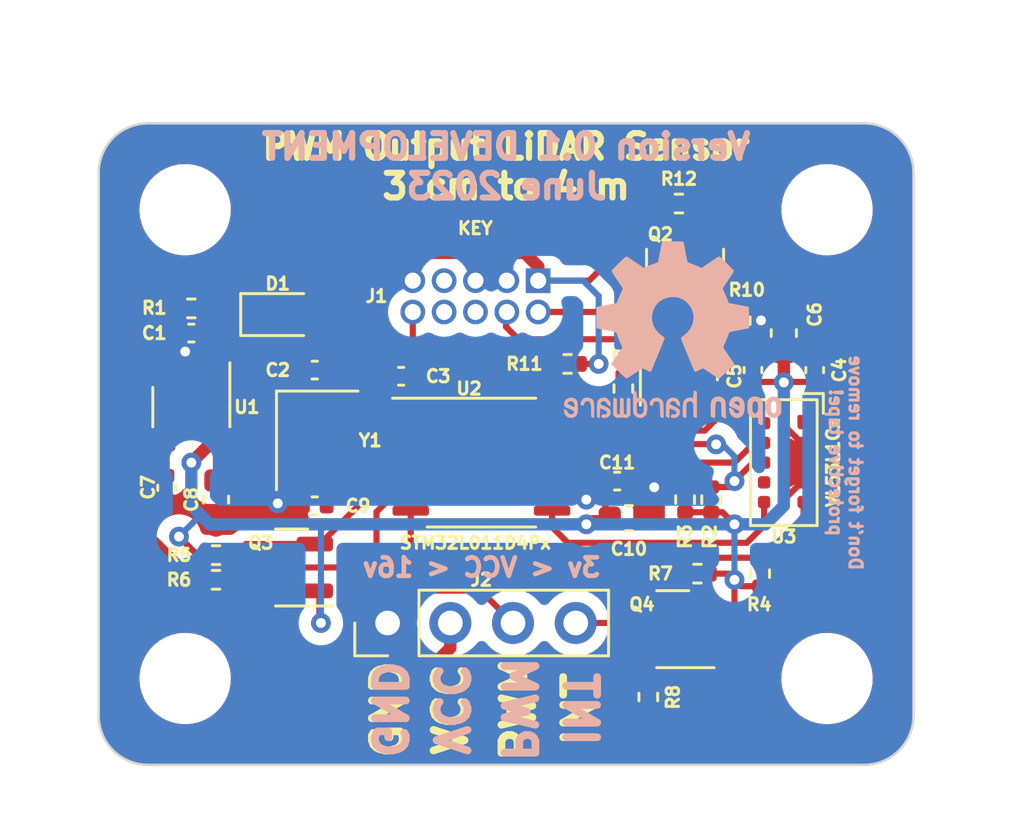
<source format=kicad_pcb>
(kicad_pcb (version 20221018) (generator pcbnew)
  (layers (0 "F.Cu" signal) (31 "B.Cu" signal) (34 "B.Paste" user) (35 "F.Paste" user) (36 "B.SilkS" user "B.Silkscreen") (37 "F.SilkS" user "F.Silkscreen") (38 "B.Mask" user) (39 "F.Mask" user) (44 "Edge.Cuts" user))
  (net 0 "")
  (net 1 "GND")
  (net 2 "RST")
  (net 3 "+3V3")
  (net 4 "+1V8")
  (net 5 "SCL")
  (net 6 "/CLK_A")
  (net 7 "/CLK_B")
  (net 8 "SWDIO")
  (net 9 "SWCLK")
  (net 10 "Net-(U1-BP)")
  (net 11 "SDA")
  (net 12 "SWDIO1V8")
  (net 13 "SWCLK1V8")
  (net 14 "XSHUT")
  (net 16 "INT")
  (net 17 "VCC")
  (net 18 "PWMOUT")
  (net 19 "INTOUT")
  (net 20 "INTOUT1V8")
  (net 21 "PWMOUT1V8")
  (net 24 "Net-(U1-ON{slash}~{OFF})")
  (footprint "Capacitor_SMD:C_0402_1005Metric" (layer "F.Cu") (at 126.25 96 180)
    (fp_text reference "C2" (at 1.5 0) (layer "F.SilkS") (effects (font (size 0.5 0.5) (thickness 0.125))))
    (fp_text value "10 pF" hide)
    (pad "1" smd roundrect (at -0.48 0 180) (size 0.56 0.62) (layers "F.Cu" "F.Paste" "F.Mask") (net 1 "GND"))
    (pad "2" smd roundrect (at 0.48 0 180) (size 0.56 0.62) (layers "F.Cu" "F.Paste" "F.Mask") (net 6 "/CLK_A"))
  )
  (footprint "Capacitor_SMD:C_0402_1005Metric" (layer "F.Cu") (at 120.25 100.77 -90)
    (fp_text reference "C7" (at -0.02 0.75 90) (layer "F.SilkS") (effects (font (size 0.5 0.5) (thickness 0.125))))
    (fp_text value "10 nF" hide)
    (pad "1" smd roundrect (at -0.48 0 270) (size 0.56 0.62) (layers "F.Cu" "F.Paste" "F.Mask") (net 10 "Net-(U1-BP)"))
    (pad "2" smd roundrect (at 0.48 0 270) (size 0.56 0.62) (layers "F.Cu" "F.Paste" "F.Mask") (net 1 "GND"))
  )
  (footprint "Sensor_Distance:ST_VL53L1x" (layer "F.Cu") (at 145.25 99.75 -90)
    (fp_text reference "U3" (at 3 0) (layer "F.SilkS") (effects (font (size 0.5 0.5) (thickness 0.125))))
    (fp_text value "VL53L1CXV0FY1" hide)
    (pad "1" smd roundrect (at -1.74 -0.675 270) (size 0.38 0.25) (layers "F.Cu" "F.Paste" "F.Mask") (net 4 "+1V8"))
    (pad "1" smd roundrect (at -1.6 -0.8 270) (size 0.5 0.5) (layers "F.Cu" "F.Paste" "F.Mask") (net 4 "+1V8"))
    (pad "2" smd roundrect (at -0.8 -0.8 270) (size 0.5 0.5) (layers "F.Cu" "F.Paste" "F.Mask") (net 1 "GND"))
    (pad "3" smd roundrect (at 0 -0.8 270) (size 0.5 0.5) (layers "F.Cu" "F.Paste" "F.Mask") (net 1 "GND"))
    (pad "4" smd roundrect (at 0.8 -0.8 270) (size 0.5 0.5) (layers "F.Cu" "F.Paste" "F.Mask") (net 1 "GND"))
    (pad "5" smd roundrect (at 1.6 -0.8 270) (size 0.5 0.5) (layers "F.Cu" "F.Paste" "F.Mask") (net 14 "XSHUT"))
    (pad "6" smd roundrect (at 1.6 0 270) (size 0.5 0.5) (layers "F.Cu" "F.Paste" "F.Mask") (net 1 "GND"))
    (pad "7" smd roundrect (at 1.6 0.8 270) (size 0.5 0.5) (layers "F.Cu" "F.Paste" "F.Mask") (net 16 "INT"))
    (pad "8" smd roundrect (at 0.8 0.8 270) (size 0.5 0.5) (layers "F.Cu" "F.Paste" "F.Mask"))
    (pad "9" smd roundrect (at 0 0.8 270) (size 0.5 0.5) (layers "F.Cu" "F.Paste" "F.Mask") (net 11 "SDA"))
    (pad "10" smd roundrect (at -0.8 0.8 270) (size 0.5 0.5) (layers "F.Cu" "F.Paste" "F.Mask") (net 5 "SCL"))
    (pad "11" smd roundrect (at -1.6 0.8 270) (size 0.5 0.5) (layers "F.Cu" "F.Paste" "F.Mask") (net 4 "+1V8"))
    (pad "12" smd roundrect (at -1.6 0 270) (size 0.5 0.5) (layers "F.Cu" "F.Paste" "F.Mask") (net 1 "GND"))
  )
  (footprint "Connector_PinHeader_2.54mm:PinHeader_1x04_P2.54mm_Vertical" (layer "F.Cu") (at 129.2 106.25 90)
    (fp_text reference "J2" (at 1.75 3.8 180) (layer "F.SilkS") (effects (font (size 0.5 0.5) (thickness 0.125))))
    (fp_text value "Conn_01x04" hide)
    (pad "1" thru_hole rect (at 0 0 90) (size 1.7 1.7) (drill 1) (layers "*.Cu" "*.Mask") (net 1 "GND"))
    (pad "2" thru_hole oval (at 0 2.54 90) (size 1.7 1.7) (drill 1) (layers "*.Cu" "*.Mask") (net 17 "VCC"))
    (pad "3" thru_hole oval (at 0 5.08 90) (size 1.7 1.7) (drill 1) (layers "*.Cu" "*.Mask") (net 18 "PWMOUT"))
    (pad "4" thru_hole oval (at 0 7.62 90) (size 1.7 1.7) (drill 1) (layers "*.Cu" "*.Mask") (net 19 "INTOUT"))
  )
  (footprint "Resistor_SMD:R_0402_1005Metric" (layer "F.Cu") (at 141.75 104.25)
    (fp_text reference "R7" (at -1.5 0) (layer "F.SilkS") (effects (font (size 0.5 0.5) (thickness 0.125))))
    (fp_text value "10k" hide)
    (pad "1" smd roundrect (at -0.51 0) (size 0.54 0.64) (layers "F.Cu" "F.Paste" "F.Mask") (net 20 "INTOUT1V8"))
    (pad "2" smd roundrect (at 0.51 0) (size 0.54 0.64) (layers "F.Cu" "F.Paste" "F.Mask") (net 4 "+1V8"))
  )
  (footprint "Resistor_SMD:R_0402_1005Metric" (layer "F.Cu") (at 142.306359 101.25 -90)
    (fp_text reference "R2" (at 1.5 0.056359 90) (layer "F.SilkS") (effects (font (size 0.5 0.5) (thickness 0.125))))
    (fp_text value "10k" hide)
    (pad "1" smd roundrect (at -0.51 0 270) (size 0.54 0.64) (layers "F.Cu" "F.Paste" "F.Mask") (net 11 "SDA"))
    (pad "2" smd roundrect (at 0.51 0 270) (size 0.54 0.64) (layers "F.Cu" "F.Paste" "F.Mask") (net 4 "+1V8"))
  )
  (footprint "Crystal:Crystal_SMD_3225-4Pin_3.2x2.5mm" (layer "F.Cu") (at 126.35 98.85 -90)
    (fp_text reference "Y1" (at 0 -2.15 180) (layer "F.SilkS") (effects (font (size 0.5 0.5) (thickness 0.125))))
    (fp_text value "16 MHz 9 pF" hide)
    (pad "1" smd rect (at -1.1 0.85 270) (size 1.4 1.2) (layers "F.Cu" "F.Paste" "F.Mask") (net 6 "/CLK_A"))
    (pad "2" smd rect (at 1.1 0.85 270) (size 1.4 1.2) (layers "F.Cu" "F.Paste" "F.Mask") (net 1 "GND"))
    (pad "3" smd rect (at 1.1 -0.85 270) (size 1.4 1.2) (layers "F.Cu" "F.Paste" "F.Mask") (net 7 "/CLK_B"))
    (pad "4" smd rect (at -1.1 -0.85 270) (size 1.4 1.2) (layers "F.Cu" "F.Paste" "F.Mask") (net 1 "GND"))
  )
  (footprint "Capacitor_SMD:C_0402_1005Metric" (layer "F.Cu") (at 146.5 96 90)
    (fp_text reference "C4" (at 0 1 90) (layer "F.SilkS") (effects (font (size 0.5 0.5) (thickness 0.125))))
    (fp_text value "0.1 uF" hide)
    (pad "1" smd roundrect (at -0.48 0 90) (size 0.56 0.62) (layers "F.Cu" "F.Paste" "F.Mask") (net 4 "+1V8"))
    (pad "2" smd roundrect (at 0.48 0 90) (size 0.56 0.62) (layers "F.Cu" "F.Paste" "F.Mask") (net 1 "GND"))
  )
  (footprint "Capacitor_SMD:C_0402_1005Metric" (layer "F.Cu") (at 144 96 90)
    (fp_text reference "C5" (at -0.25 -0.75 90) (layer "F.SilkS") (effects (font (size 0.5 0.5) (thickness 0.125))))
    (fp_text value "0.1 uF" hide)
    (pad "1" smd roundrect (at -0.48 0 90) (size 0.56 0.62) (layers "F.Cu" "F.Paste" "F.Mask") (net 4 "+1V8"))
    (pad "2" smd roundrect (at 0.48 0 90) (size 0.56 0.62) (layers "F.Cu" "F.Paste" "F.Mask") (net 1 "GND"))
  )
  (footprint "Resistor_SMD:R_0402_1005Metric" (layer "F.Cu") (at 122.25 103.5 180)
    (fp_text reference "R5" (at 1.5 0) (layer "F.SilkS") (effects (font (size 0.5 0.5) (thickness 0.125))))
    (fp_text value "10k" hide)
    (pad "1" smd roundrect (at -0.51 0 180) (size 0.54 0.64) (layers "F.Cu" "F.Paste" "F.Mask") (net 21 "PWMOUT1V8"))
    (pad "2" smd roundrect (at 0.51 0 180) (size 0.54 0.64) (layers "F.Cu" "F.Paste" "F.Mask") (net 4 "+1V8"))
  )
  (footprint "Capacitor_SMD:C_0402_1005Metric" (layer "F.Cu") (at 138.5 100.5 180)
    (fp_text reference "C11" (at 0 0.75) (layer "F.SilkS") (effects (font (size 0.5 0.5) (thickness 0.125))))
    (fp_text value "0.1 uF" hide)
    (pad "1" smd roundrect (at -0.48 0 180) (size 0.56 0.62) (layers "F.Cu" "F.Paste" "F.Mask") (net 1 "GND"))
    (pad "2" smd roundrect (at 0.48 0 180) (size 0.56 0.62) (layers "F.Cu" "F.Paste" "F.Mask") (net 4 "+1V8"))
  )
  (footprint "Capacitor_SMD:C_0402_1005Metric" (layer "F.Cu") (at 126.25 101.5 180)
    (fp_text reference "C9" (at -1.75 0) (layer "F.SilkS") (effects (font (size 0.5 0.5) (thickness 0.125))))
    (fp_text value "10 pF" hide)
    (pad "1" smd roundrect (at -0.48 0 180) (size 0.56 0.62) (layers "F.Cu" "F.Paste" "F.Mask") (net 7 "/CLK_B"))
    (pad "2" smd roundrect (at 0.48 0 180) (size 0.56 0.62) (layers "F.Cu" "F.Paste" "F.Mask") (net 1 "GND"))
  )
  (footprint "Resistor_SMD:R_0402_1005Metric" (layer "F.Cu") (at 141.25 101.25 90)
    (fp_text reference "R3" (at -1.5 0 270) (layer "F.SilkS") (effects (font (size 0.5 0.5) (thickness 0.125))))
    (fp_text value "10k" hide)
    (pad "1" smd roundrect (at -0.51 0 90) (size 0.54 0.64) (layers "F.Cu" "F.Paste" "F.Mask") (net 4 "+1V8"))
    (pad "2" smd roundrect (at 0.51 0 90) (size 0.54 0.64) (layers "F.Cu" "F.Paste" "F.Mask") (net 5 "SCL"))
  )
  (footprint "Connector_PinHeader_1.27mm:PinHeader_2x05_P1.27mm_Vertical" (layer "F.Cu") (at 135.3 92.375 -90)
    (fp_text reference "J1" (at 0.625 6.55 180) (layer "F.SilkS") (effects (font (size 0.5 0.5) (thickness 0.125))))
    (fp_text value "Conn_02x05_Odd_Even" hide)
    (pad "1" thru_hole rect (at 0 0 270) (size 1 1) (drill 0.65) (layers "*.Cu" "*.Mask") (net 3 "+3V3"))
    (pad "2" thru_hole oval (at 1.27 0 270) (size 1 1) (drill 0.65) (layers "*.Cu" "*.Mask") (net 8 "SWDIO"))
    (pad "3" thru_hole oval (at 0 1.27 270) (size 1 1) (drill 0.65) (layers "*.Cu" "*.Mask") (net 1 "GND"))
    (pad "4" thru_hole oval (at 1.27 1.27 270) (size 1 1) (drill 0.65) (layers "*.Cu" "*.Mask") (net 9 "SWCLK"))
    (pad "5" thru_hole oval (at 0 2.54 270) (size 1 1) (drill 0.65) (layers "*.Cu" "*.Mask") (net 1 "GND"))
    (pad "6" thru_hole oval (at 1.27 2.54 270) (size 1 1) (drill 0.65) (layers "*.Cu" "*.Mask"))
    (pad "7" thru_hole oval (at 0 3.81 270) (size 1 1) (drill 0.65) (layers "*.Cu" "*.Mask"))
    (pad "8" thru_hole oval (at 1.27 3.81 270) (size 1 1) (drill 0.65) (layers "*.Cu" "*.Mask"))
    (pad "9" thru_hole oval (at 0 5.08 270) (size 1 1) (drill 0.65) (layers "*.Cu" "*.Mask") (net 1 "GND"))
    (pad "10" thru_hole oval (at 1.27 5.08 270) (size 1 1) (drill 0.65) (layers "*.Cu" "*.Mask") (net 2 "RST"))
  )
  (footprint "Capacitor_SMD:C_0603_1608Metric" (layer "F.Cu") (at 138.975 102 180)
    (fp_text reference "C10" (at 0 -1.25) (layer "F.SilkS") (effects (font (size 0.5 0.5) (thickness 0.125))))
    (fp_text value "4.7 uF" hide)
    (pad "1" smd roundrect (at -0.775 0 180) (size 0.9 0.95) (layers "F.Cu" "F.Paste" "F.Mask") (net 1 "GND"))
    (pad "2" smd roundrect (at 0.775 0 180) (size 0.9 0.95) (layers "F.Cu" "F.Paste" "F.Mask") (net 4 "+1V8"))
  )
  (footprint "Capacitor_SMD:C_0402_1005Metric" (layer "F.Cu") (at 129.75 96.25)
    (fp_text reference "C3" (at 1.5 0) (layer "F.SilkS") (effects (font (size 0.5 0.5) (thickness 0.125))))
    (fp_text value "0.1 uF" hide)
    (pad "1" smd roundrect (at -0.48 0) (size 0.56 0.62) (layers "F.Cu" "F.Paste" "F.Mask") (net 1 "GND"))
    (pad "2" smd roundrect (at 0.48 0) (size 0.56 0.62) (layers "F.Cu" "F.Paste" "F.Mask") (net 2 "RST"))
  )
  (footprint "Resistor_SMD:R_0402_1005Metric" (layer "F.Cu") (at 122.25 104.5)
    (fp_text reference "R6" (at -1.5 0) (layer "F.SilkS") (effects (font (size 0.5 0.5) (thickness 0.125))))
    (fp_text value "10k" hide)
    (pad "1" smd roundrect (at -0.51 0) (size 0.54 0.64) (layers "F.Cu" "F.Paste" "F.Mask") (net 17 "VCC"))
    (pad "2" smd roundrect (at 0.51 0) (size 0.54 0.64) (layers "F.Cu" "F.Paste" "F.Mask") (net 18 "PWMOUT"))
  )
  (footprint "Resistor_SMD:R_0402_1005Metric" (layer "F.Cu") (at 141 89.25)
    (fp_text reference "R12" (at 0 -1) (layer "F.SilkS") (effects (font (size 0.5 0.5) (thickness 0.125))))
    (fp_text value "10k" hide)
    (pad "1" smd roundrect (at -0.51 0) (size 0.54 0.64) (layers "F.Cu" "F.Paste" "F.Mask") (net 3 "+3V3"))
    (pad "2" smd roundrect (at 0.51 0) (size 0.54 0.64) (layers "F.Cu" "F.Paste" "F.Mask") (net 8 "SWDIO"))
  )
  (footprint "Diode_SMD:D_SOD-323F" (layer "F.Cu") (at 124.75 93.75)
    (fp_text reference "D1" (at 0 -1.25) (layer "F.SilkS") (effects (font (size 0.5 0.5) (thickness 0.125))))
    (fp_text value "D_Schottky" hide)
    (pad "1" smd rect (at -1.1 0) (size 0.5 0.5) (layers "F.Cu" "F.Paste" "F.Mask") (net 17 "VCC"))
    (pad "2" smd rect (at 1.1 0) (size 0.5 0.5) (layers "F.Cu" "F.Paste" "F.Mask") (net 3 "+3V3"))
  )
  (footprint "Capacitor_SMD:C_0603_1608Metric" (layer "F.Cu") (at 122.25 101.25 -90)
    (fp_text reference "C8" (at 0 1 90) (layer "F.SilkS") (effects (font (size 0.5 0.5) (thickness 0.125))))
    (fp_text value "4.7 uF" hide)
    (pad "1" smd roundrect (at -0.775 0 270) (size 0.9 0.95) (layers "F.Cu" "F.Paste" "F.Mask") (net 4 "+1V8"))
    (pad "2" smd roundrect (at 0.775 0 270) (size 0.9 0.95) (layers "F.Cu" "F.Paste" "F.Mask") (net 1 "GND"))
  )
  (footprint "MountingHole:MountingHole_3.2mm_M3" (layer "F.Cu") (at 121 108.5)
    (fp_text reference "REF**" hide)
    (fp_text value "MountingHole_3.2mm_M3" hide)
    (pad "" np_thru_hole circle (at 0 0) (size 3.2 3.2) (drill 3.2) (layers "*.Cu" "*.Mask"))
  )
  (footprint "MountingHole:MountingHole_3.2mm_M3" (layer "F.Cu") (at 121 89.5)
    (fp_text reference "REF**" hide)
    (fp_text value "MountingHole_3.2mm_M3" hide)
    (pad "" np_thru_hole circle (at 0 0) (size 3.2 3.2) (drill 3.2) (layers "*.Cu" "*.Mask"))
  )
  (footprint "Resistor_SMD:R_0402_1005Metric" (layer "F.Cu") (at 138.75 96.75 90)
    (fp_text reference "R9" (at 1.25 0 180) (layer "F.SilkS") (effects (font (size 0.5 0.5) (thickness 0.125))))
    (fp_text value "10k" hide)
    (pad "1" smd roundrect (at -0.51 0 90) (size 0.54 0.64) (layers "F.Cu" "F.Paste" "F.Mask") (net 13 "SWCLK1V8"))
    (pad "2" smd roundrect (at 0.51 0 90) (size 0.54 0.64) (layers "F.Cu" "F.Paste" "F.Mask") (net 4 "+1V8"))
  )
  (footprint "Resistor_SMD:R_0402_1005Metric" (layer "F.Cu") (at 139.76 109.25 90)
    (fp_text reference "R8" (at -0.01 1 90) (layer "F.SilkS") (effects (font (size 0.5 0.5) (thickness 0.125))))
    (fp_text value "10k" hide)
    (pad "1" smd roundrect (at -0.51 0 90) (size 0.54 0.64) (layers "F.Cu" "F.Paste" "F.Mask") (net 17 "VCC"))
    (pad "2" smd roundrect (at 0.51 0 90) (size 0.54 0.64) (layers "F.Cu" "F.Paste" "F.Mask") (net 19 "INTOUT"))
  )
  (footprint "Package_TO_SOT_SMD:SOT-23" (layer "F.Cu") (at 141.25 91.75 90)
    (fp_text reference "Q2" (at 1.25 -1 180) (layer "F.SilkS") (effects (font (size 0.5 0.5) (thickness 0.125))))
    (fp_text value "BSS138" hide)
    (pad "1" smd roundrect (at -0.9375 -0.95 90) (size 1.475 0.6) (layers "F.Cu" "F.Paste" "F.Mask") (net 4 "+1V8"))
    (pad "2" smd roundrect (at -0.9375 0.95 90) (size 1.475 0.6) (layers "F.Cu" "F.Paste" "F.Mask") (net 12 "SWDIO1V8"))
    (pad "3" smd roundrect (at 0.9375 0 90) (size 1.475 0.6) (layers "F.Cu" "F.Paste" "F.Mask") (net 8 "SWDIO"))
  )
  (footprint "MountingHole:MountingHole_3.2mm_M3" (layer "F.Cu") (at 147 108.5)
    (fp_text reference "REF**" hide)
    (fp_text value "MountingHole_3.2mm_M3" hide)
    (pad "" np_thru_hole circle (at 0 0) (size 3.2 3.2) (drill 3.2) (layers "*.Cu" "*.Mask"))
  )
  (footprint "Capacitor_SMD:C_0603_1608Metric" (layer "F.Cu") (at 145.25 94.5 90)
    (fp_text reference "C6" (at 0.75 1.25 90) (layer "F.SilkS") (effects (font (size 0.5 0.5) (thickness 0.125))))
    (fp_text value "4.7 uF" hide)
    (pad "1" smd roundrect (at -0.775 0 90) (size 0.9 0.95) (layers "F.Cu" "F.Paste" "F.Mask") (net 4 "+1V8"))
    (pad "2" smd roundrect (at 0.775 0 90) (size 0.9 0.95) (layers "F.Cu" "F.Paste" "F.Mask") (net 1 "GND"))
  )
  (footprint "Resistor_SMD:R_0402_1005Metric" (layer "F.Cu") (at 121.25 93.5 180)
    (fp_text reference "R1" (at 1.5 0.02) (layer "F.SilkS") (effects (font (size 0.5 0.5) (thickness 0.125))))
    (fp_text value "10k" hide)
    (pad "1" smd roundrect (at -0.51 0 180) (size 0.54 0.64) (layers "F.Cu" "F.Paste" "F.Mask") (net 17 "VCC"))
    (pad "2" smd roundrect (at 0.51 0 180) (size 0.54 0.64) (layers "F.Cu" "F.Paste" "F.Mask") (net 24 "Net-(U1-ON{slash}~{OFF})"))
  )
  (footprint "Package_TO_SOT_SMD:SOT-23" (layer "F.Cu") (at 141 95.75 90)
    (fp_text reference "Q1" (at 1.25 1.25 180) (layer "F.SilkS") (effects (font (size 0.5 0.5) (thickness 0.125))))
    (fp_text value "BSS138" hide)
    (pad "1" smd roundrect (at -0.9375 -0.95 90) (size 1.475 0.6) (layers "F.Cu" "F.Paste" "F.Mask") (net 4 "+1V8"))
    (pad "2" smd roundrect (at -0.9375 0.95 90) (size 1.475 0.6) (layers "F.Cu" "F.Paste" "F.Mask") (net 13 "SWCLK1V8"))
    (pad "3" smd roundrect (at 0.9375 0 90) (size 1.475 0.6) (layers "F.Cu" "F.Paste" "F.Mask") (net 9 "SWCLK"))
  )
  (footprint "Resistor_SMD:R_0402_1005Metric" (layer "F.Cu") (at 136.49 95.75 180)
    (fp_text reference "R11" (at 1.75 0) (layer "F.SilkS") (effects (font (size 0.5 0.5) (thickness 0.125))))
    (fp_text value "10k" hide)
    (pad "1" smd roundrect (at -0.51 0 180) (size 0.54 0.64) (layers "F.Cu" "F.Paste" "F.Mask") (net 3 "+3V3"))
    (pad "2" smd roundrect (at 0.51 0 180) (size 0.54 0.64) (layers "F.Cu" "F.Paste" "F.Mask") (net 9 "SWCLK"))
  )
  (footprint "MountingHole:MountingHole_3.2mm_M3" (layer "F.Cu") (at 147 89.5)
    (fp_text reference "REF**" hide)
    (fp_text value "MountingHole_3.2mm_M3" hide)
    (pad "" np_thru_hole circle (at 0 0) (size 3.2 3.2) (drill 3.2) (layers "*.Cu" "*.Mask"))
  )
  (footprint "Resistor_SMD:R_0402_1005Metric" (layer "F.Cu") (at 144.29 104.25 90)
    (fp_text reference "R4" (at -1.25 -0.04 180) (layer "F.SilkS") (effects (font (size 0.5 0.5) (thickness 0.125))))
    (fp_text value "10k" hide)
    (pad "1" smd roundrect (at -0.51 0 90) (size 0.54 0.64) (layers "F.Cu" "F.Paste" "F.Mask") (net 4 "+1V8"))
    (pad "2" smd roundrect (at 0.51 0 90) (size 0.54 0.64) (layers "F.Cu" "F.Paste" "F.Mask") (net 14 "XSHUT"))
  )
  (footprint "Package_TO_SOT_SMD:SOT-23" (layer "F.Cu") (at 125.3125 104 180)
    (fp_text reference "Q3" (at 1.25 1 180) (layer "F.SilkS") (effects (font (size 0.5 0.5) (thickness 0.125))))
    (fp_text value "BSS138" hide)
    (pad "1" smd roundrect (at -0.9375 -0.95 180) (size 1.475 0.6) (layers "F.Cu" "F.Paste" "F.Mask") (net 4 "+1V8"))
    (pad "2" smd roundrect (at -0.9375 0.95 180) (size 1.475 0.6) (layers "F.Cu" "F.Paste" "F.Mask") (net 21 "PWMOUT1V8"))
    (pad "3" smd roundrect (at 0.9375 0 180) (size 1.475 0.6) (layers "F.Cu" "F.Paste" "F.Mask") (net 18 "PWMOUT"))
  )
  (footprint "Package_TO_SOT_SMD:SOT-23" (layer "F.Cu") (at 140.75 106.5 180)
    (fp_text reference "Q4" (at 1.25 1 180) (layer "F.SilkS") (effects (font (size 0.5 0.5) (thickness 0.125))))
    (fp_text value "BSS138" hide)
    (pad "1" smd roundrect (at -0.9375 -0.95 180) (size 1.475 0.6) (layers "F.Cu" "F.Paste" "F.Mask") (net 4 "+1V8"))
    (pad "2" smd roundrect (at -0.9375 0.95 180) (size 1.475 0.6) (layers "F.Cu" "F.Paste" "F.Mask") (net 20 "INTOUT1V8"))
    (pad "3" smd roundrect (at 0.9375 0 180) (size 1.475 0.6) (layers "F.Cu" "F.Paste" "F.Mask") (net 19 "INTOUT"))
  )
  (footprint "Package_TO_SOT_SMD:SOT-23-5" (layer "F.Cu") (at 121.25 97.5 -90)
    (fp_text reference "U1" (at 0 -2.25 180) (layer "F.SilkS") (effects (font (size 0.5 0.5) (thickness 0.125))))
    (fp_text value "LP2985-1.8" hide)
    (pad "1" smd roundrect (at -1.1375 -0.95 270) (size 1.325 0.6) (layers "F.Cu" "F.Paste" "F.Mask") (net 17 "VCC"))
    (pad "2" smd roundrect (at -1.1375 0 270) (size 1.325 0.6) (layers "F.Cu" "F.Paste" "F.Mask") (net 1 "GND"))
    (pad "3" smd roundrect (at -1.1375 0.95 270) (size 1.325 0.6) (layers "F.Cu" "F.Paste" "F.Mask") (net 24 "Net-(U1-ON{slash}~{OFF})"))
    (pad "4" smd roundrect (at 1.1375 0.95 270) (size 1.325 0.6) (layers "F.Cu" "F.Paste" "F.Mask") (net 10 "Net-(U1-BP)"))
    (pad "5" smd roundrect (at 1.1375 -0.95 270) (size 1.325 0.6) (layers "F.Cu" "F.Paste" "F.Mask") (net 4 "+1V8"))
  )
  (footprint "Resistor_SMD:R_0402_1005Metric" (layer "F.Cu") (at 143.5 94 90)
    (fp_text reference "R10" (at 1.25 0.25) (layer "F.SilkS") (effects (font (size 0.5 0.5) (thickness 0.125))))
    (fp_text value "10k" hide)
    (pad "1" smd roundrect (at -0.51 0 90) (size 0.54 0.64) (layers "F.Cu" "F.Paste" "F.Mask") (net 12 "SWDIO1V8"))
    (pad "2" smd roundrect (at 0.51 0 90) (size 0.54 0.64) (layers "F.Cu" "F.Paste" "F.Mask") (net 4 "+1V8"))
  )
  (footprint "Package_SO:TSSOP-14_4.4x5mm_P0.65mm" (layer "F.Cu") (at 133 99.75)
    (fp_text reference "U2" (at -0.5 -3) (layer "F.SilkS") (effects (font (size 0.5 0.5) (thickness 0.125))))
    (fp_text value "STM32L011D4Px" hide)
    (pad "1" smd roundrect (at -2.8625 -1.95) (size 1.475 0.4) (layers "F.Cu" "F.Paste" "F.Mask"))
    (pad "2" smd roundrect (at -2.8625 -1.3) (size 1.475 0.4) (layers "F.Cu" "F.Paste" "F.Mask") (net 6 "/CLK_A"))
    (pad "3" smd roundrect (at -2.8625 -0.65) (size 1.475 0.4) (layers "F.Cu" "F.Paste" "F.Mask") (net 7 "/CLK_B"))
    (pad "4" smd roundrect (at -2.8625 0) (size 1.475 0.4) (layers "F.Cu" "F.Paste" "F.Mask") (net 2 "RST"))
    (pad "5" smd roundrect (at -2.8625 0.65) (size 1.475 0.4) (layers "F.Cu" "F.Paste" "F.Mask") (net 21 "PWMOUT1V8"))
    (pad "6" smd roundrect (at -2.8625 1.3) (size 1.475 0.4) (layers "F.Cu" "F.Paste" "F.Mask") (net 20 "INTOUT1V8"))
    (pad "7" smd roundrect (at -2.8625 1.95) (size 1.475 0.4) (layers "F.Cu" "F.Paste" "F.Mask") (net 14 "XSHUT"))
    (pad "8" smd roundrect (at 2.8625 1.95) (size 1.475 0.4) (layers "F.Cu" "F.Paste" "F.Mask") (net 16 "INT"))
    (pad "9" smd roundrect (at 2.8625 1.3) (size 1.475 0.4) (layers "F.Cu" "F.Paste" "F.Mask") (net 1 "GND"))
    (pad "10" smd roundrect (at 2.8625 0.65) (size 1.475 0.4) (layers "F.Cu" "F.Paste" "F.Mask") (net 4 "+1V8"))
    (pad "11" smd roundrect (at 2.8625 0) (size 1.475 0.4) (layers "F.Cu" "F.Paste" "F.Mask") (net 5 "SCL"))
    (pad "12" smd roundrect (at 2.8625 -0.65) (size 1.475 0.4) (layers "F.Cu" "F.Paste" "F.Mask") (net 11 "SDA"))
    (pad "13" smd roundrect (at 2.8625 -1.3) (size 1.475 0.4) (layers "F.Cu" "F.Paste" "F.Mask") (net 12 "SWDIO1V8"))
    (pad "14" smd roundrect (at 2.8625 -1.95) (size 1.475 0.4) (layers "F.Cu" "F.Paste" "F.Mask") (net 13 "SWCLK1V8"))
  )
  (footprint "Capacitor_SMD:C_0402_1005Metric" (layer "F.Cu") (at 121.25 94.5 180)
    (fp_text reference "C1" (at 1.5 0) (layer "F.SilkS") (effects (font (size 0.5 0.5) (thickness 0.125))))
    (fp_text value "1 uF" hide)
    (pad "1" smd roundrect (at -0.48 0 180) (size 0.56 0.62) (layers "F.Cu" "F.Paste" "F.Mask") (net 17 "VCC"))
    (pad "2" smd roundrect (at 0.48 0 180) (size 0.56 0.62) (layers "F.Cu" "F.Paste" "F.Mask") (net 1 "GND"))
  )
  (footprint "Symbol:OSHW-Logo2_9.8x8mm_SilkScreen" (layer "B.Cu") (at 140.75 94.5 180)
    (fp_text reference "REF**" hide)
    (fp_text value "OSHW-Logo2_9.8x8mm_SilkScreen" hide)
  )
  (gr_arc (start 148.5 86) (mid 149.914214 86.585786) (end 150.5 88) (stroke (width 0.1)) (layer "Edge.Cuts"))
  (gr_line (start 148.5 86) (end 119.5 86) (stroke (width 0.1)) (layer "Edge.Cuts"))
  (gr_arc (start 119.5 112) (mid 118.085786 111.414214) (end 117.5 110) (stroke (width 0.1)) (layer "Edge.Cuts"))
  (gr_line (start 119.5 112) (end 148.5 112) (stroke (width 0.1)) (layer "Edge.Cuts"))
  (gr_line (start 117.5 88) (end 117.5 110) (stroke (width 0.1)) (layer "Edge.Cuts"))
  (gr_line (start 150.5 110) (end 150.5 88) (stroke (width 0.1)) (layer "Edge.Cuts"))
  (gr_arc (start 117.5 88) (mid 118.085786 86.585786) (end 119.5 86) (stroke (width 0.1)) (layer "Edge.Cuts"))
  (gr_arc (start 150.5 110) (mid 149.914214 111.414214) (end 148.5 112) (stroke (width 0.1)) (layer "Edge.Cuts"))
  (gr_text "3v < VCC < 16v" (at 133 104) (layer "B.SilkS") (effects (font (size 0.75 0.75) (thickness 0.1875)) (justify mirror)))
  (gr_text "GND" (at 129.25 109.75 -90) (layer "B.SilkS") (effects (font (size 1.25 1.25) (thickness 0.3125)) (justify mirror)))
  (gr_text "PWM" (at 134.5 109.75 -90) (layer "B.SilkS") (effects (font (size 1.25 1.25) (thickness 0.3125)) (justify mirror)))
  (gr_text "Don't forget to remove\nprotective tape!" (at 147.75 99.75 -90) (layer "B.SilkS") (effects (font (size 0.5 0.5) (thickness 0.125)) (justify mirror)))
  (gr_text "INT" (at 137 109.75 -90) (layer "B.SilkS") (effects (font (size 1.25 1.25) (thickness 0.3125)) (justify mirror)))
  (gr_text "VCC" (at 131.75 109.75 -90) (layer "B.SilkS") (effects (font (size 1.25 1.25) (thickness 0.3125)) (justify mirror)))
  (gr_text "Version 0.1 DEVELOPMENT\nJune 2023" (at 134 87.75) (layer "B.SilkS") (effects (font (size 1 1) (thickness 0.25)) (justify mirror)))
  (gr_text "KEY" (at 132.75 90.25) (layer "F.SilkS") (effects (font (size 0.5 0.5) (thickness 0.125))))
  (gr_text "GND" (at 129.25 109.75 90) (layer "F.SilkS") (effects (font (size 1.25 1.25) (thickness 0.3125))))
  (gr_text "PWM" (at 134.5 109.75 90) (layer "F.SilkS") (effects (font (size 1.25 1.25) (thickness 0.3125))))
  (gr_text "INT" (at 137 109.75 90) (layer "F.SilkS") (effects (font (size 1.25 1.25) (thickness 0.3125))))
  (gr_text "STM32L011D4Px" (at 132.75 103) (layer "F.SilkS") (effects (font (size 0.5 0.5) (thickness 0.125))))
  (gr_text "PWM Output LiDAR Sensor\n3 cm to 4 m" (at 134 87.75) (layer "F.SilkS") (effects (font (size 1 1) (thickness 0.25))))
  (gr_text "VL53L1Cx" (at 147.25 99.75 90) (layer "F.SilkS") (effects (font (size 0.5 0.5) (thickness 0.125))))
  (gr_text "VCC" (at 131.75 109.75 90) (layer "F.SilkS") (effects (font (size 1.25 1.25) (thickness 0.3125))))
  (segment (start 121.25 96.3625) (end 121.25 95.5) (width 0.25) (layer "F.Cu") (net 1))
  (segment (start 137.05 101.05) (end 137.25 101.25) (width 0.25) (layer "F.Cu") (net 1))
  (segment (start 145.25 98.236396) (end 145.963604 98.95) (width 0.25) (layer "F.Cu") (net 1))
  (segment (start 144.325357 93.98477) (end 144.99023 93.98477) (width 0.25) (layer "F.Cu") (net 1))
  (segment (start 124.75 100.7) (end 125.5 99.95) (width 0.25) (layer "F.Cu") (net 1))
  (segment (start 124.75 101.4005) (end 124.75 100.7) (width 0.25) (layer "F.Cu") (net 1))
  (segment (start 121 95.25) (end 121 94.73) (width 0.25) (layer "F.Cu") (net 1))
  (segment (start 121 94.73) (end 120.77 94.5) (width 0.25) (layer "F.Cu") (net 1))
  (segment (start 124.8495 101.5) (end 124.75 101.4005) (width 0.25) (layer "F.Cu") (net 1))
  (segment (start 125.77 101.5) (end 124.8495 101.5) (width 0.25) (layer "F.Cu") (net 1))
  (segment (start 121.25 95.5) (end 121 95.25) (width 0.25) (layer "F.Cu") (net 1))
  (segment (start 144.325357 95.194643) (end 144.325357 93.98477) (width 0.25) (layer "F.Cu") (net 1))
  (segment (start 144 95.52) (end 144.325357 95.194643) (width 0.25) (layer "F.Cu") (net 1))
  (segment (start 135.8625 101.05) (end 137.05 101.05) (width 0.25) (layer "F.Cu") (net 1))
  (segment (start 145.25 101.263604) (end 145.963604 100.55) (width 0.25) (layer "F.Cu") (net 1))
  (via (at 137.25 101.25) (size 0.8) (drill 0.4) (layers "F.Cu" "B.Cu") (net 1))
  (via (at 121 95.25) (size 0.8) (drill 0.4) (layers "F.Cu" "B.Cu") (net 1))
  (via (at 140 100.75) (size 0.8) (drill 0.4) (layers "F.Cu" "B.Cu") (net 1))
  (via (at 124.75 101.4005) (size 0.8) (drill 0.4) (layers "F.Cu" "B.Cu") (net 1))
  (via (at 144.325357 93.98477) (size 0.8) (drill 0.4) (layers "F.Cu" "B.Cu") (net 1))
  (segment (start 131.25 99.326041) (end 130.826041 99.75) (width 0.25) (layer "F.Cu") (net 2))
  (segment (start 131.25 97.27) (end 131.25 99.326041) (width 0.25) (layer "F.Cu") (net 2))
  (segment (start 130.826041 99.75) (end 130.1375 99.75) (width 0.25) (layer "F.Cu") (net 2))
  (segment (start 130.23 96.25) (end 131.25 97.27) (width 0.25) (layer "F.Cu") (net 2))
  (segment (start 130.22 93.645) (end 130.22 96.24) (width 0.25) (layer "F.Cu") (net 2))
  (segment (start 129 92.25) (end 130 91.25) (width 0.5) (layer "F.Cu") (net 3))
  (segment (start 125.85 93.75) (end 128.5 93.75) (width 0.5) (layer "F.Cu") (net 3))
  (segment (start 135.3 92.375) (end 137.365 92.375) (width 0.25) (layer "F.Cu") (net 3))
  (segment (start 135 91.5) (end 135.3 91.8) (width 0.5) (layer "F.Cu") (net 3))
  (segment (start 134.75 91.25) (end 135 91.5) (width 0.5) (layer "F.Cu") (net 3))
  (segment (start 135.05 91.55) (end 135 91.5) (width 0.25) (layer "F.Cu") (net 3))
  (segment (start 137 95.75) (end 137.75 95.75) (width 0.25) (layer "F.Cu") (net 3))
  (segment (start 128.5 93.75) (end 129 93.25) (width 0.5) (layer "F.Cu") (net 3))
  (segment (start 135.3 91.8) (end 135.3 92.375) (width 0.5) (layer "F.Cu") (net 3))
  (segment (start 137.365 92.375) (end 140.49 89.25) (width 0.25) (layer "F.Cu") (net 3))
  (segment (start 129 93.25) (end 129 92.25) (width 0.5) (layer "F.Cu") (net 3))
  (segment (start 130 91.25) (end 134.75 91.25) (width 0.5) (layer "F.Cu") (net 3))
  (via (at 137.75 95.75) (size 0.8) (drill 0.4) (layers "F.Cu" "B.Cu") (net 3))
  (segment (start 137.125 92.375) (end 135.3 92.375) (width 0.25) (layer "B.Cu") (net 3))
  (segment (start 137.75 95.75) (end 137.75 93) (width 0.25) (layer "B.Cu") (net 3))
  (segment (start 137.75 93) (end 137.125 92.375) (width 0.25) (layer "B.Cu") (net 3))
  (segment (start 142.306359 101.76) (end 142.76 101.76) (width 0.25) (layer "F.Cu") (net 4))
  (segment (start 141.6875 107.45) (end 143.25 105.8875) (width 0.25) (layer "F.Cu") (net 4))
  (segment (start 140.534251 96.6875) (end 140.05 96.6875) (width 0.25) (layer "F.Cu") (net 4))
  (segment (start 143.51 104.76) (end 143.25 104.5) (width 0.25) (layer "F.Cu") (net 4))
  (segment (start 143.5 92.578249) (end 143.5 93.49) (width 0.25) (layer "F.Cu") (net 4))
  (segment (start 143.5 93.49) (end 144.04 92.95) (width 0.25) (layer "F.Cu") (net 4))
  (segment (start 145.727817 92.95) (end 146.25 93.472183) (width 0.25) (layer "F.Cu") (net 4))
  (segment (start 144.04 92.95) (end 145.727817 92.95) (width 0.25) (layer "F.Cu") (net 4))
  (segment (start 146.5 97.7) (end 146.05 98.15) (width 0.25) (layer "F.Cu") (net 4))
  (segment (start 145.27 96.48) (end 145.25 96.5) (width 0.25) (layer "F.Cu") (net 4))
  (segment (start 122.2 98.8) (end 121.25 99.75) (width 0.5) (layer "F.Cu") (net 4))
  (segment (start 139.6025 96.24) (end 140.05 96.6875) (width 0.25) (layer "F.Cu") (net 4))
  (segment (start 144.29 104.76) (end 143.51 104.76) (width 0.25) (layer "F.Cu") (net 4))
  (segment (start 121.5 103.5) (end 120.75 102.75) (width 0.25) (layer "F.Cu") (net 4))
  (segment (start 141.625 95.596751) (end 140.534251 96.6875) (width 0.25) (layer "F.Cu") (net 4))
  (segment (start 138.75 96.24) (end 139.6025 96.24) (width 0.25) (layer "F.Cu") (net 4))
  (segment (start 140.790749 92.6875) (end 141.978249 91.5) (width 0.25) (layer "F.Cu") (net 4))
  (segment (start 146.25 93.472183) (end 146.25 94.275) (width 0.25) (layer "F.Cu") (net 4))
  (segment (start 146.25 94.275) (end 145.25 95.275) (width 0.25) (layer "F.Cu") (net 4))
  (segment (start 135.9625 100.5) (end 135.8625 100.4) (width 0.25) (layer "F.Cu") (net 4))
  (segment (start 143.25 105.8875) (end 143.25 104.5) (width 0.25) (layer "F.Cu") (net 4))
  (segment (start 140.3 92.703249) (end 141.625 94.028249) (width 0.25) (layer "F.Cu") (net 4))
  (segment (start 141.625 94.028249) (end 141.625 95.596751) (width 0.25) (layer "F.Cu") (net 4))
  (segment (start 146.5 96.48) (end 146.5 97.7) (width 0.25) (layer "F.Cu") (net 4))
  (segment (start 143 104.25) (end 143.25 104.5) (width 0.25) (layer "F.Cu") (net 4))
  (segment (start 142.421751 91.5) (end 143.5 92.578249) (width 0.25) (layer "F.Cu") (net 4))
  (segment (start 145.25 96.5) (end 145.25 95.275) (width 0.5) (layer "F.Cu") (net 4))
  (segment (start 126.4375 104.95) (end 126.4375 106.1875) (width 0.25) (layer "F.Cu") (net 4))
  (segment (start 137.5 102) (end 137.25 102.25) (width 0.25) (layer "F.Cu") (net 4))
  (segment (start 138.02 100.5) (end 135.9625 100.5) (width 0.25) (layer "F.Cu") (net 4))
  (segment (start 144 97.7) (end 144 96.48) (width 0.25) (layer "F.Cu") (net 4))
  (segment (start 140.3 92.6875) (end 140.790749 92.6875) (width 0.25) (layer "F.Cu") (net 4))
  (segment (start 142.26 104.25) (end 143 104.25) (width 0.25) (layer "F.Cu") (net 4))
  (segment (start 146.5 96.48) (end 145.27 96.48) (width 0.25) (layer "F.Cu") (net 4))
  (segment (start 145.23 96.48) (end 145.25 96.5) (width 0.25) (layer "F.Cu") (net 4))
  (segment (start 141.978249 91.5) (end 142.421751 91.5) (width 0.25) (layer "F.Cu") (net 4))
  (segment (start 144 96.48) (end 145.23 96.48) (width 0.25) (layer "F.Cu") (net 4))
  (segment (start 142.76 101.76) (end 143.25 102.25) (width 0.25) (layer "F.Cu") (net 4))
  (segment (start 138.225 102) (end 137.5 102) (width 0.25) (layer "F.Cu") (net 4))
  (segment (start 126.4375 106.1875) (end 126.5 106.25) (width 0.25) (layer "F.Cu") (net 4))
  (segment (start 122.25 100.475) (end 122.25 98.6875) (width 0.25) (layer "F.Cu") (net 4))
  (segment (start 144 97.7) (end 144.45 98.15) (width 0.25) (layer "F.Cu") (net 4))
  (segment (start 141.25 101.76) (end 142.306359 101.76) (width 0.25) (layer "F.Cu") (net 4))
  (segment (start 138.02 100.5) (end 138.02 101.795) (width 0.25) (layer "F.Cu") (net 4))
  (via (at 120.75 102.75) (size 0.8) (drill 0.4) (layers "F.Cu" "B.Cu") (net 4))
  (via (at 145.25 96.5) (size 0.8) (drill 0.4) (layers "F.Cu" "B.Cu") (net 4))
  (via (at 143.25 102.25) (size 0.8) (drill 0.4) (layers "F.Cu" "B.Cu") (net 4))
  (via (at 143.25 104.5) (size 0.8) (drill 0.4) (layers "F.Cu" "B.Cu") (net 4))
  (via (at 121.25 99.75) (size 0.8) (drill 0.4) (layers "F.Cu" "B.Cu") (net 4))
  (via (at 137.25 102.25) (size 0.8) (drill 0.4) (layers "F.Cu" "B.Cu") (net 4))
  (via (at 126.5 106.25) (size 0.8) (drill 0.4) (layers "F.Cu" "B.Cu") (net 4))
  (segment (start 121.5 102) (end 121.75 102) (width 0.25) (layer "B.Cu") (net 4))
  (segment (start 143.25 102.25) (end 144.5 102.25) (width 0.5) (layer "B.Cu") (net 4))
  (segment (start 144.5 102.25) (end 145.25 101.5) (width 0.5) (layer "B.Cu") (net 4))
  (segment (start 120.75 102.75) (end 121.5 102) (width 0.25) (layer "B.Cu") (net 4))
  (segment (start 126.5 106.25) (end 126.5 102.25) (width 0.25) (layer "B.Cu") (net 4))
  (segment (start 142 102.25) (end 143.25 102.25) (width 0.5) (layer "B.Cu") (net 4))
  (segment (start 121.25 101.5) (end 121.75 102) (width 0.5) (layer "B.Cu") (net 4))
  (segment (start 126.5 102.25) (end 137.25 102.25) (width 0.5) (layer "B.Cu") (net 4))
  (segment (start 122 102.25) (end 126.5 102.25) (width 0.5) (layer "B.Cu") (net 4))
  (segment (start 143.25 104.5) (end 143.25 102.25) (width 0.25) (layer "B.Cu") (net 4))
  (segment (start 121.25 99.75) (end 121.25 101.5) (width 0.5) (layer "B.Cu") (net 4))
  (segment (start 137.25 102.25) (end 142 102.25) (width 0.5) (layer "B.Cu") (net 4))
  (segment (start 145.25 101.5) (end 145.25 96.5) (width 0.5) (layer "B.Cu") (net 4))
  (segment (start 121.75 102) (end 122 102.25) (width 0.5) (layer "B.Cu") (net 4))
  (segment (start 135.8625 99.75) (end 141.25 99.75) (width 0.25) (layer "F.Cu") (net 5))
  (segment (start 141.25 100.74) (end 141.25 99.75) (width 0.25) (layer "F.Cu") (net 5))
  (segment (start 144.05 98.95) (end 144.45 98.95) (width 0.25) (layer "F.Cu") (net 5))
  (segment (start 141.25 99.75) (end 143.25 99.75) (width 0.25) (layer "F.Cu") (net 5))
  (segment (start 143.25 99.75) (end 144.05 98.95) (width 0.25) (layer "F.Cu") (net 5))
  (segment (start 129.4 98.45) (end 130.1375 98.45) (width 0.25) (layer "F.Cu") (net 6))
  (segment (start 126.275 98.775) (end 129.075 98.775) (width 0.25) (layer "F.Cu") (net 6))
  (segment (start 125.77 96) (end 125.77 97.48) (width 0.25) (layer "F.Cu") (net 6))
  (segment (start 125.5 98) (end 126.275 98.775) (width 0.25) (layer "F.Cu") (net 6))
  (segment (start 129.075 98.775) (end 129.4 98.45) (width 0.25) (layer "F.Cu") (net 6))
  (segment (start 127.2 99.95) (end 128.53569 99.95) (width 0.25) (layer "F.Cu") (net 7))
  (segment (start 126.73 101.5) (end 126.73 100.42) (width 0.25) (layer "F.Cu") (net 7))
  (segment (start 129.38569 99.1) (end 130.1375 99.1) (width 0.25) (layer "F.Cu") (net 7))
  (segment (start 128.53569 99.95) (end 129.38569 99.1) (width 0.25) (layer "F.Cu") (net 7))
  (segment (start 141.25 90.8125) (end 141.25 89.51) (width 0.25) (layer "F.Cu") (net 8))
  (segment (start 139 93) (end 139 91.5) (width 0.25) (layer "F.Cu") (net 8))
  (segment (start 139 91.5) (end 139.6875 90.8125) (width 0.25) (layer "F.Cu") (net 8))
  (segment (start 138.355 93.645) (end 139 93) (width 0.25) (layer "F.Cu") (net 8))
  (segment (start 139.6875 90.8125) (end 141.25 90.8125) (width 0.25) (layer "F.Cu") (net 8))
  (segment (start 135.3 93.645) (end 138.355 93.645) (width 0.25) (layer "F.Cu") (net 8))
  (segment (start 141.25 89.51) (end 141.51 89.25) (width 0.25) (layer "F.Cu") (net 8))
  (segment (start 134 93.675) (end 134 94.25) (width 0.25) (layer "F.Cu") (net 9))
  (segment (start 134.5 94.75) (end 136 94.75) (width 0.25) (layer "F.Cu") (net 9))
  (segment (start 135.98 94.77) (end 136 94.75) (width 0.25) (layer "F.Cu") (net 9))
  (segment (start 135.98 95.75) (end 135.98 94.77) (width 0.25) (layer "F.Cu") (net 9))
  (segment (start 134 94.25) (end 134.5 94.75) (width 0.25) (layer "F.Cu") (net 9))
  (segment (start 136 94.75) (end 140.9375 94.75) (width 0.25) (layer "F.Cu") (net 9))
  (segment (start 120.25 100.29) (end 120.25 98.6875) (width 0.25) (layer "F.Cu") (net 10))
  (segment (start 135.8625 99.1) (end 135.9625 99) (width 0.25) (layer "F.Cu") (net 11))
  (segment (start 143.25 100.5) (end 144 99.75) (width 0.25) (layer "F.Cu") (net 11))
  (segment (start 144 99.75) (end 144.45 99.75) (width 0.25) (layer "F.Cu") (net 11))
  (segment (start 135.9625 99) (end 142.498049 99) (width 0.25) (layer "F.Cu") (net 11))
  (segment (start 142.498049 99) (end 142.508781 99.010732) (width 0.25) (layer "F.Cu") (net 11))
  (segment (start 142.306359 100.74) (end 143.01 100.74) (width 0.25) (layer "F.Cu") (net 11))
  (segment (start 143.01 100.74) (end 143.25 100.5) (width 0.25) (layer "F.Cu") (net 11))
  (via (at 142.508781 99.010732) (size 0.8) (drill 0.4) (layers "F.Cu" "B.Cu") (net 11))
  (via (at 143.25 100.5) (size 0.8) (drill 0.4) (layers "F.Cu" "B.Cu") (net 11))
  (segment (start 143.25 99.5) (end 142.760732 99.010732) (width 0.25) (layer "B.Cu") (net 11))
  (segment (start 142.760732 99.010732) (end 142.508781 99.010732) (width 0.25) (layer "B.Cu") (net 11))
  (segment (start 143.25 100.5) (end 143.25 99.5) (width 0.25) (layer "B.Cu") (net 11))
  (segment (start 135.8625 98.45) (end 142.05 98.45) (width 0.25) (layer "F.Cu") (net 12))
  (segment (start 142.675 95.335) (end 143.5 94.51) (width 0.25) (layer "F.Cu") (net 12))
  (segment (start 142.675 97.825) (end 142.675 95.335) (width 0.25) (layer "F.Cu") (net 12))
  (segment (start 142.05 98.45) (end 142.675 97.825) (width 0.25) (layer "F.Cu") (net 12))
  (segment (start 142.2 93.21) (end 143.5 94.51) (width 0.25) (layer "F.Cu") (net 12))
  (segment (start 141.95 97.4375) (end 141.5875 97.8) (width 0.25) (layer "F.Cu") (net 13))
  (segment (start 141.95 96.6875) (end 141.95 97.4375) (width 0.25) (layer "F.Cu") (net 13))
  (segment (start 135.8625 97.8) (end 138.75 97.8) (width 0.25) (layer "F.Cu") (net 13))
  (segment (start 138.75 97.8) (end 141.5875 97.8) (width 0.25) (layer "F.Cu") (net 13))
  (segment (start 138.75 97.26) (end 138.75 97.8) (width 0.25) (layer "F.Cu") (net 13))
  (segment (start 130.355 103.605) (end 130.1375 103.3875) (width 0.25) (layer "F.Cu") (net 14))
  (segment (start 145.76 103.74) (end 144.29 103.74) (width 0.25) (layer "F.Cu") (net 14))
  (segment (start 144.155 103.605) (end 130.355 103.605) (width 0.25) (layer "F.Cu") (net 14))
  (segment (start 146.05 103.45) (end 145.76 103.74) (width 0.25) (layer "F.Cu") (net 14))
  (segment (start 130.1375 103.3875) (end 130.1375 101.7) (width 0.25) (layer "F.Cu") (net 14))
  (segment (start 146.05 101.35) (end 146.05 103.45) (width 0.25) (layer "F.Cu") (net 14))
  (segment (start 136.5 103) (end 135.8625 102.3625) (width 0.25) (layer "F.Cu") (net 16))
  (segment (start 144.45 101.35) (end 144.45 102.3) (width 0.25) (layer "F.Cu") (net 16))
  (segment (start 144.45 102.3) (end 143.75 103) (width 0.25) (layer "F.Cu") (net 16))
  (segment (start 135.8625 102.3625) (end 135.8625 101.7) (width 0.25) (layer "F.Cu") (net 16))
  (segment (start 143.75 103) (end 136.5 103) (width 0.25) (layer "F.Cu") (net 16))
  (segment (start 119.25 102.5) (end 121.25 104.5) (width 0.5) (layer "F.Cu") (net 17))
  (segment (start 131.74 107.26) (end 131.74 106.25) (width 0.5) (layer "F.Cu") (net 17))
  (segment (start 122.9 94.5) (end 123.075 94.325) (width 0.25) (layer "F.Cu") (net 17))
  (segment (start 138 108) (end 131 108) (width 0.25) (layer "F.Cu") (net 17))
  (segment (start 139.76 109.76) (end 138 108) (width 0.25) (layer "F.Cu") (net 17))
  (segment (start 122.2 96.923528) (end 121.598528 97.525) (width 0.5) (layer "F.Cu") (net 17))
  (segment (start 121.73 94.5) (end 122.9 94.5) (width 0.25) (layer "F.Cu") (net 17))
  (segment (start 124.75 108) (end 131 108) (width 0.5) (layer "F.Cu") (net 17))
  (segment (start 122.2 95.2) (end 122.7 94.7) (width 0.5) (layer "F.Cu") (net 17))
  (segment (start 122.7 94.7) (end 123.075 94.325) (width 0.5) (layer "F.Cu") (net 17))
  (segment (start 123.075 94.325) (end 123.65 93.75) (width 0.5) (layer "F.Cu") (net 17))
  (segment (start 119.25 98.175) (end 119.25 102.5) (width 0.5) (layer "F.Cu") (net 17))
  (segment (start 119.9 97.525) (end 119.25 98.175) (width 0.5) (layer "F.Cu") (net 17))
  (segment (start 121.25 104.5) (end 124.75 108) (width 0.5) (layer "F.Cu") (net 17))
  (segment (start 131 108) (end 131.74 107.26) (width 0.5) (layer "F.Cu") (net 17))
  (segment (start 122.2 96.3625) (end 122.2 96.923528) (width 0.5) (layer "F.Cu") (net 17))
  (segment (start 121.598528 97.525) (end 119.9 97.525) (width 0.5) (layer "F.Cu") (net 17))
  (segment (start 122.2 96.3625) (end 122.2 95.2) (width 0.5) (layer "F.Cu") (net 17))
  (segment (start 121.73 94.5) (end 121.73 93.53) (width 0.25) (layer "F.Cu") (net 17))
  (segment (start 124.5625 104) (end 128.5 104) (width 0.25) (layer "F.Cu") (net 18))
  (segment (start 124.0625 104.5) (end 124.5625 104) (width 0.25) (layer "F.Cu") (net 18))
  (segment (start 123.01 104.5) (end 124.0625 104.5) (width 0.25) (layer "F.Cu") (net 18))
  (segment (start 132.9675 104.9375) (end 134.28 106.25) (width 0.25) (layer "F.Cu") (net 18))
  (segment (start 129.4375 104.9375) (end 132.9675 104.9375) (width 0.25) (layer "F.Cu") (net 18))
  (segment (start 128.5 104) (end 129.4375 104.9375) (width 0.25) (layer "F.Cu") (net 18))
  (segment (start 139.8125 106.5) (end 139.5625 106.25) (width 0.25) (layer "F.Cu") (net 19))
  (segment (start 139.5625 106.25) (end 136.82 106.25) (width 0.25) (layer "F.Cu") (net 19))
  (segment (start 139.8125 106.5) (end 139.8125 108.6875) (width 0.25) (layer "F.Cu") (net 19))
  (segment (start 128.75 103.5) (end 129.5 104.25) (width 0.25) (layer "F.Cu") (net 20))
  (segment (start 141.24 104.25) (end 141.24 105.1025) (width 0.25) (layer "F.Cu") (net 20))
  (segment (start 128.75 101.748959) (end 128.75 103.5) (width 0.25) (layer "F.Cu") (net 20))
  (segment (start 141.24 105.1025) (end 141.6875 105.55) (width 0.25) (layer "F.Cu") (net 20))
  (segment (start 129.5 104.25) (end 141.24 104.25) (width 0.25) (layer "F.Cu") (net 20))
  (segment (start 130.1375 101.05) (end 129.448959 101.05) (width 0.25) (layer "F.Cu") (net 20))
  (segment (start 129.448959 101.05) (end 128.75 101.748959) (width 0.25) (layer "F.Cu") (net 20))
  (segment (start 123.46 103.05) (end 126.4375 103.05) (width 0.25) (layer "F.Cu") (net 21))
  (segment (start 123.01 103.5) (end 123.46 103.05) (width 0.25) (layer "F.Cu") (net 21))
  (segment (start 129.1125 100.4) (end 126.45 103.0625) (width 0.25) (layer "F.Cu") (net 21))
  (segment (start 130.1375 100.4) (end 129.1125 100.4) (width 0.25) (layer "F.Cu") (net 21))
  (segment (start 120.165 96.2275) (end 120.165 94.095) (width 0.25) (layer "F.Cu") (net 24))
  (segment (start 120.165 94.095) (end 120.74 93.52) (width 0.25) (layer "F.Cu") (net 24))
  (zone (net 1) (net_name "GND") (layers "F&B.Cu") (connect_pads yes (clearance 0.5)) (min_thickness 0.5) (fill yes (thermal_gap 0.508) (thermal_bridge_width 0.508) (island_removal_mode 2) (island_area_min 50))
    (polygon (pts (xy 155 114.75) (xy 113.5 114.75) (xy 113.5 81) (xy 155 81)))
  )
)
</source>
